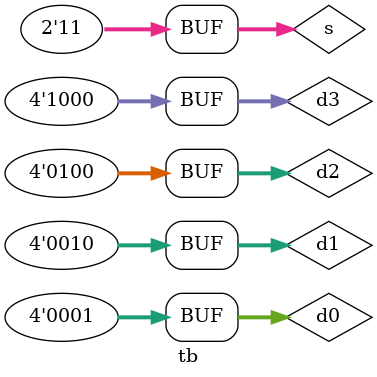
<source format=sv>
module tb();
  logic [3:0]d0,d1,d2,d3;
  logic [1:0]s;
  logic [3:0]y;

  // instantiate device to be tested
  mux2 dut(d0,d1,d2,d3,s,y);

  // generate input sequence
  initial
    begin
      d0 = 4'b0001; d1 = 4'b0010; d2 = 4'b0100; d3 = 4'b1000;
	  s = 2'b00; 
      #10;
	  
	  s = 2'b01;
	  #10;
	  
	  s = 2'b10;
	  #10;
	  
	  s = 2'b11;
	  #10;
    end
endmodule

</source>
